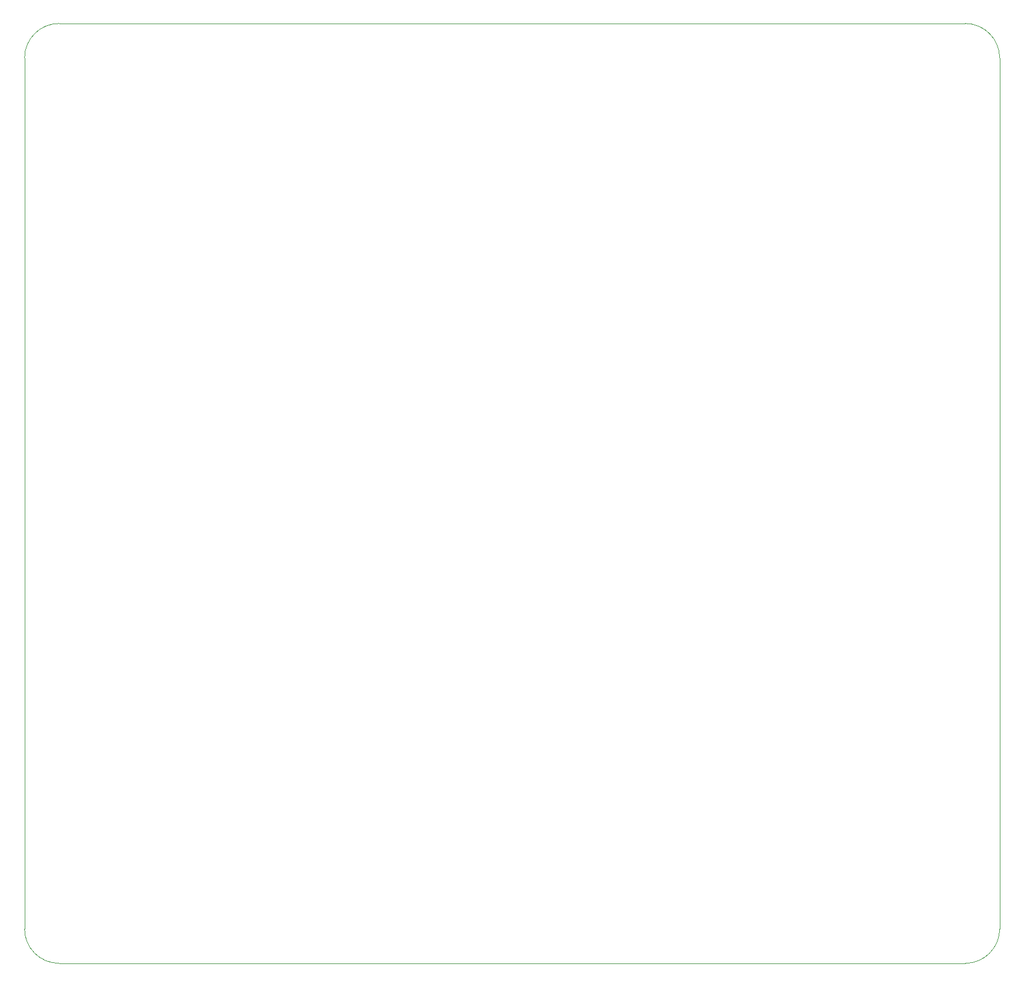
<source format=gm1>
G04 #@! TF.GenerationSoftware,KiCad,Pcbnew,(5.1.10-0-10_14)*
G04 #@! TF.CreationDate,2021-05-10T23:40:51+02:00*
G04 #@! TF.ProjectId,DB6502_proto,44423635-3032-45f7-9072-6f746f2e6b69,rev?*
G04 #@! TF.SameCoordinates,Original*
G04 #@! TF.FileFunction,Profile,NP*
%FSLAX46Y46*%
G04 Gerber Fmt 4.6, Leading zero omitted, Abs format (unit mm)*
G04 Created by KiCad (PCBNEW (5.1.10-0-10_14)) date 2021-05-10 23:40:51*
%MOMM*%
%LPD*%
G01*
G04 APERTURE LIST*
G04 #@! TA.AperFunction,Profile*
%ADD10C,0.050000*%
G04 #@! TD*
G04 APERTURE END LIST*
D10*
X26670000Y-173990000D02*
G75*
G02*
X21590000Y-168910000I0J5080000D01*
G01*
X165100000Y-168910000D02*
G75*
G02*
X160020000Y-173990000I-5080000J0D01*
G01*
X160020000Y-35560000D02*
G75*
G02*
X165100000Y-40640000I0J-5080000D01*
G01*
X21590000Y-40640000D02*
G75*
G02*
X26670000Y-35560000I5080000J0D01*
G01*
X21590000Y-168910000D02*
X21590000Y-40640000D01*
X160020000Y-173990000D02*
X26670000Y-173990000D01*
X165100000Y-40640000D02*
X165100000Y-168910000D01*
X26670000Y-35560000D02*
X160020000Y-35560000D01*
M02*

</source>
